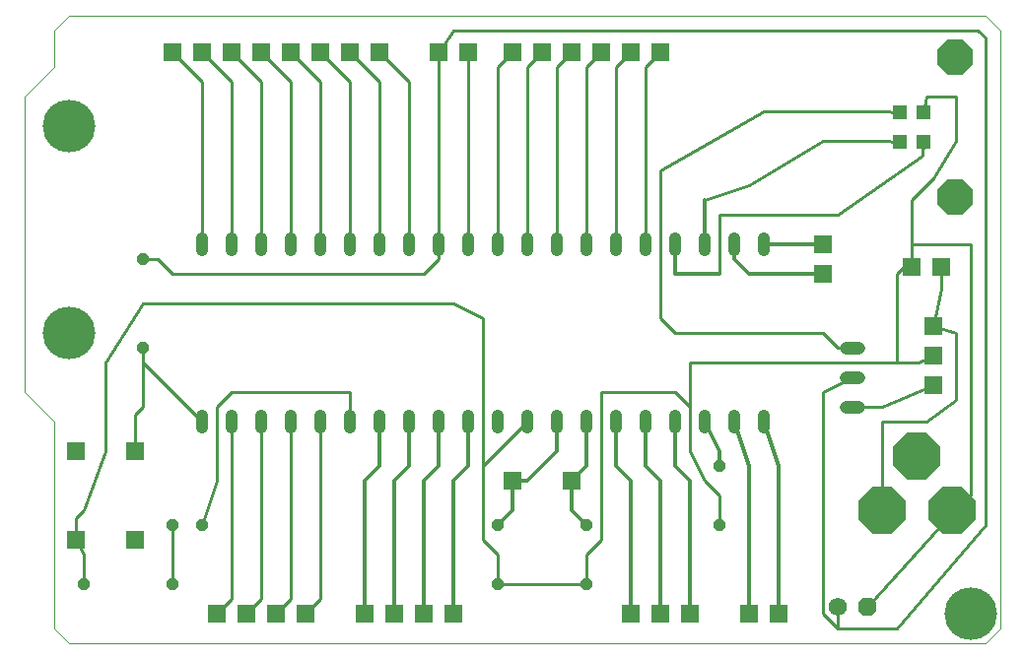
<source format=gtl>
G75*
%MOIN*%
%OFA0B0*%
%FSLAX24Y24*%
%IPPOS*%
%LPD*%
%AMOC8*
5,1,8,0,0,1.08239X$1,22.5*
%
%ADD10C,0.0000*%
%ADD11C,0.0399*%
%ADD12R,0.0600X0.0600*%
%ADD13C,0.0439*%
%ADD14OC8,0.1575*%
%ADD15OC8,0.0399*%
%ADD16OC8,0.0620*%
%ADD17C,0.0620*%
%ADD18OC8,0.1200*%
%ADD19R,0.0500X0.0500*%
%ADD20C,0.0118*%
%ADD21C,0.0100*%
%ADD22C,0.1778*%
D10*
X001100Y000600D02*
X001600Y000100D01*
X032600Y000100D01*
X033100Y000600D01*
X033100Y020850D01*
X032600Y021346D01*
X001600Y021350D01*
X001104Y020846D01*
X001096Y019596D01*
X000100Y018600D01*
X000100Y008600D01*
X001100Y007600D01*
X001100Y000600D01*
X001096Y019596D02*
X001100Y019600D01*
D11*
X006100Y013799D02*
X006100Y013401D01*
X007100Y013401D02*
X007100Y013799D01*
X008100Y013799D02*
X008100Y013401D01*
X009100Y013401D02*
X009100Y013799D01*
X010100Y013799D02*
X010100Y013401D01*
X011100Y013401D02*
X011100Y013799D01*
X012100Y013799D02*
X012100Y013401D01*
X013100Y013401D02*
X013100Y013799D01*
X014100Y013799D02*
X014100Y013401D01*
X015100Y013401D02*
X015100Y013799D01*
X016100Y013799D02*
X016100Y013401D01*
X017100Y013401D02*
X017100Y013799D01*
X018100Y013799D02*
X018100Y013401D01*
X019100Y013401D02*
X019100Y013799D01*
X020100Y013799D02*
X020100Y013401D01*
X021100Y013401D02*
X021100Y013799D01*
X022100Y013799D02*
X022100Y013401D01*
X023100Y013401D02*
X023100Y013799D01*
X024100Y013799D02*
X024100Y013401D01*
X025100Y013401D02*
X025100Y013799D01*
X025100Y007799D02*
X025100Y007401D01*
X024100Y007401D02*
X024100Y007799D01*
X023100Y007799D02*
X023100Y007401D01*
X022100Y007401D02*
X022100Y007799D01*
X021100Y007799D02*
X021100Y007401D01*
X020100Y007401D02*
X020100Y007799D01*
X019100Y007799D02*
X019100Y007401D01*
X018100Y007401D02*
X018100Y007799D01*
X017100Y007799D02*
X017100Y007401D01*
X016100Y007401D02*
X016100Y007799D01*
X015100Y007799D02*
X015100Y007401D01*
X014100Y007401D02*
X014100Y007799D01*
X013100Y007799D02*
X013100Y007401D01*
X012100Y007401D02*
X012100Y007799D01*
X011100Y007799D02*
X011100Y007401D01*
X010100Y007401D02*
X010100Y007799D01*
X009100Y007799D02*
X009100Y007401D01*
X008100Y007401D02*
X008100Y007799D01*
X007100Y007799D02*
X007100Y007401D01*
X006100Y007401D02*
X006100Y007799D01*
D12*
X003850Y006600D03*
X001850Y006600D03*
X001850Y003600D03*
X003850Y003600D03*
X006600Y001100D03*
X007600Y001100D03*
X008600Y001100D03*
X009600Y001100D03*
X011600Y001100D03*
X012600Y001100D03*
X013600Y001100D03*
X014600Y001100D03*
X020600Y001100D03*
X021600Y001100D03*
X022600Y001100D03*
X024600Y001100D03*
X025600Y001100D03*
X018600Y005600D03*
X016600Y005600D03*
X027100Y012600D03*
X027100Y013600D03*
X030100Y012850D03*
X031100Y012850D03*
X030850Y010850D03*
X030850Y009850D03*
X030850Y008850D03*
X021600Y020100D03*
X020600Y020100D03*
X019600Y020100D03*
X018600Y020100D03*
X017600Y020100D03*
X016600Y020100D03*
X015100Y020100D03*
X014100Y020100D03*
X012100Y020100D03*
X011100Y020100D03*
X010100Y020100D03*
X009100Y020100D03*
X008100Y020100D03*
X007100Y020100D03*
X006100Y020100D03*
X005100Y020100D03*
D13*
X027881Y010100D02*
X028319Y010100D01*
X028319Y009100D02*
X027881Y009100D01*
X027881Y008100D02*
X028319Y008100D01*
D14*
X030281Y006450D03*
X029100Y004600D03*
X031462Y004600D03*
D15*
X023600Y004100D03*
X023600Y006100D03*
X019100Y004100D03*
X016100Y004100D03*
X016100Y002100D03*
X019100Y002100D03*
X006100Y004100D03*
X005100Y004100D03*
X005100Y002100D03*
X002100Y002100D03*
X004100Y010100D03*
X004100Y013100D03*
D16*
X028600Y001350D03*
D17*
X027600Y001350D03*
D18*
X031572Y015195D03*
X031572Y019936D03*
D19*
X030506Y018053D03*
X029718Y018053D03*
X029718Y017069D03*
X030506Y017069D03*
D20*
X027100Y013600D02*
X025100Y013600D01*
X024100Y013600D02*
X024100Y013100D01*
X024600Y012600D01*
X027100Y012600D01*
X023600Y012600D02*
X022100Y012600D01*
X022100Y013600D01*
X023100Y013600D02*
X023100Y015100D01*
X023100Y007600D02*
X023600Y006600D01*
X023600Y006100D01*
X024600Y006100D02*
X024600Y001100D01*
X025600Y001100D02*
X025600Y006100D01*
X025100Y007600D01*
X024100Y007600D02*
X024600Y006100D01*
X022600Y005600D02*
X022600Y001100D01*
X021600Y001100D02*
X021600Y005600D01*
X021100Y006100D01*
X021100Y007600D01*
X020100Y007600D02*
X020100Y006100D01*
X020600Y005600D01*
X020600Y001100D01*
X019100Y004100D02*
X018600Y004600D01*
X018600Y005600D01*
X019100Y006100D01*
X019100Y007600D01*
X018100Y007600D02*
X018100Y006600D01*
X017100Y005600D01*
X016600Y005600D01*
X016600Y004600D01*
X016100Y004100D01*
X014600Y005600D02*
X014600Y001100D01*
X013600Y001100D02*
X013600Y005600D01*
X014100Y006100D01*
X014100Y007600D01*
X013100Y007600D02*
X013100Y006100D01*
X012600Y005600D01*
X012600Y001100D01*
X011600Y001100D02*
X011600Y005600D01*
X012100Y006100D01*
X012100Y007600D01*
X015100Y007600D02*
X015100Y006100D01*
X014600Y005600D01*
X022100Y006100D02*
X022600Y005600D01*
X022100Y006100D02*
X022100Y007600D01*
D21*
X022600Y008100D02*
X022600Y009600D01*
X029600Y009600D01*
X029600Y012600D01*
X030100Y013100D01*
X030100Y012850D01*
X030100Y013600D01*
X032100Y013600D01*
X032100Y005100D01*
X031600Y004600D01*
X031462Y004600D01*
X031100Y004600D01*
X031100Y004100D01*
X028600Y001350D01*
X027600Y001350D02*
X027600Y000600D01*
X029600Y000600D01*
X032600Y004100D01*
X032600Y020600D01*
X032350Y020850D01*
X014600Y020850D01*
X014100Y020100D01*
X014100Y013600D01*
X014100Y013100D01*
X013600Y012600D01*
X005100Y012600D01*
X004600Y013100D01*
X004100Y013100D01*
X006100Y013600D02*
X006100Y019100D01*
X005100Y020100D01*
X006100Y020100D02*
X007100Y019100D01*
X007100Y013600D01*
X008100Y013600D02*
X008100Y019100D01*
X007100Y020100D01*
X008100Y020100D02*
X009100Y019100D01*
X009100Y013600D01*
X010100Y013600D02*
X010100Y019100D01*
X009100Y020100D01*
X010100Y020100D02*
X011100Y019100D01*
X011100Y013600D01*
X012100Y013600D02*
X012100Y019100D01*
X011100Y020100D01*
X012100Y020100D02*
X013100Y019100D01*
X013100Y013600D01*
X015100Y013600D02*
X015100Y020100D01*
X016100Y019600D02*
X016100Y013600D01*
X017100Y013600D02*
X017100Y019600D01*
X017600Y020100D01*
X018100Y019600D02*
X018100Y013600D01*
X019100Y013600D02*
X019100Y019600D01*
X019600Y020100D01*
X020100Y019600D02*
X020100Y013600D01*
X021100Y013600D02*
X021100Y019600D01*
X021600Y020100D01*
X020600Y020100D02*
X020100Y019600D01*
X018600Y020100D02*
X018100Y019600D01*
X016600Y020100D02*
X016100Y019600D01*
X021600Y016100D02*
X025100Y018100D01*
X029100Y018100D01*
X029718Y018053D01*
X030506Y018053D02*
X030600Y018600D01*
X031600Y018600D01*
X031600Y017100D01*
X030850Y015850D01*
X030100Y015100D01*
X030100Y013600D01*
X031100Y012850D02*
X031100Y012100D01*
X030850Y010850D01*
X031600Y010600D01*
X031600Y008350D01*
X030600Y007600D01*
X029100Y007600D01*
X029100Y004600D01*
X029100Y008100D02*
X028100Y008100D01*
X028100Y009100D02*
X027100Y008600D01*
X027100Y001100D01*
X027600Y000600D01*
X023600Y004100D02*
X023600Y005100D01*
X023100Y005600D01*
X022600Y006600D01*
X022600Y008100D01*
X022100Y008600D01*
X019600Y008600D01*
X019600Y003600D01*
X019100Y003100D01*
X019100Y002100D01*
X016100Y002100D01*
X016100Y003100D01*
X015600Y003600D01*
X015600Y006100D01*
X015600Y011100D01*
X014600Y011600D01*
X004100Y011600D01*
X002850Y009600D01*
X002850Y006600D01*
X002100Y004600D01*
X001850Y004350D01*
X001850Y003600D01*
X002100Y003100D01*
X002100Y002100D01*
X005100Y002100D02*
X005100Y004100D01*
X006100Y004100D02*
X006600Y005600D01*
X006600Y008100D01*
X007100Y008600D01*
X011100Y008600D01*
X011100Y007600D01*
X010100Y007600D02*
X010100Y001600D01*
X009600Y001100D01*
X009100Y001600D02*
X009100Y007600D01*
X008100Y007600D02*
X008100Y001600D01*
X007600Y001100D01*
X007100Y001600D02*
X007100Y007600D01*
X006100Y007600D02*
X004100Y009600D01*
X004100Y008100D01*
X003850Y007850D01*
X003850Y006600D01*
X004100Y009600D02*
X004100Y010100D01*
X015600Y006100D02*
X017100Y007600D01*
X021600Y011100D02*
X022100Y010600D01*
X027100Y010600D01*
X027600Y010100D01*
X028100Y010100D01*
X029600Y009600D02*
X030350Y009600D01*
X030850Y009850D01*
X030850Y008850D02*
X029100Y008100D01*
X023600Y012600D02*
X023600Y014600D01*
X027600Y014600D01*
X030475Y016600D01*
X030506Y017069D01*
X029718Y017069D02*
X029100Y017100D01*
X027100Y017100D01*
X024600Y015600D01*
X023100Y015100D01*
X021600Y016100D02*
X021600Y011100D01*
X009100Y001600D02*
X008600Y001100D01*
X007100Y001600D02*
X006600Y001100D01*
D22*
X001600Y010600D03*
X001600Y017600D03*
X032100Y001100D03*
M02*

</source>
